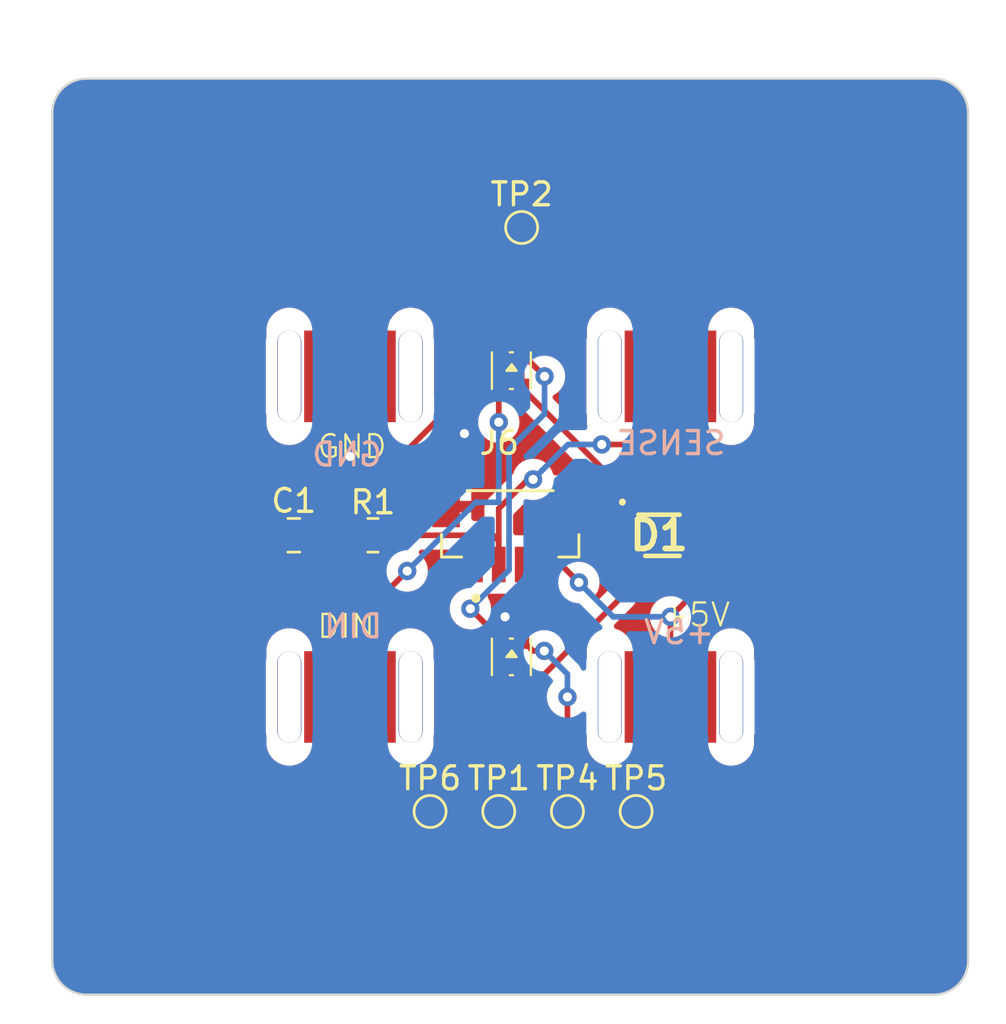
<source format=kicad_pcb>
(kicad_pcb (version 20240108) (generator "pcbnew") (generator_version "8.0")
  (title_block (title "Bottom Block PCB") (date "2024-02-10") (rev "1.0") (company "Block Party"))
  (layers (0 "F.Cu" signal) (31 "B.Cu" signal) (34 "B.Paste" user) (35 "F.Paste" user) (36 "B.SilkS" user "B.Silkscreen") (37 "F.SilkS" user "F.Silkscreen") (38 "B.Mask" user) (39 "F.Mask" user) (44 "Edge.Cuts" user))
  (net 0 "")
  (net 1 "D5V")
  (net 2 "GND")
  (net 3 "+5V")
  (net 4 "DOUT")
  (net 5 "SENSE")
  (net 6 "DIN")
  (net 7 "Net-(LED1-DI)")
  (footprint "TestPoint:TestPoint_Pad_D1.0mm" (layer "F.Cu") (at 159.2 91.06)
    (property "Reference" "TP1" (at 0 -1.448 0) (layer "F.SilkS"))
    (property "Value" "Diode5V")
    (fp_circle (center 0 0) (end 0 0.7) (stroke (width 0.12)) (fill none) (layer "F.SilkS"))
    (pad "1" smd circle (at 0 0) (size 1 1) (layers "F.Cu" "F.Mask") (net 1 "D5V"))
  )
  (footprint "TestPoint:TestPoint_Pad_D1.0mm" (layer "F.Cu") (at 162.2 91.06)
    (property "Reference" "TP4" (at 0 -1.448 0) (layer "F.SilkS"))
    (property "Value" "DO")
    (fp_circle (center 0 0) (end 0 0.7) (stroke (width 0.12)) (fill none) (layer "F.SilkS"))
    (pad "1" smd circle (at 0 0) (size 1 1) (layers "F.Cu" "F.Mask") (net 4 "DOUT"))
  )
  (footprint "TestPoint:TestPoint_Pad_D1.0mm" (layer "F.Cu") (at 165.2 91.06)
    (property "Reference" "TP5" (at 0 -1.448 0) (layer "F.SilkS"))
    (property "Value" "5V")
    (fp_circle (center 0 0) (end 0 0.7) (stroke (width 0.12)) (fill none) (layer "F.SilkS"))
    (pad "1" smd circle (at 0 0) (size 1 1) (layers "F.Cu" "F.Mask") (net 3 "+5V"))
  )
  (footprint "Quinn_lib:XL-1615RGBC-WS2812B" (layer "F.Cu") (at 159.75 84.31 -90)
    (property "Reference" "LED1" (hide yes))
    (property "Value" "~")
    (fp_line (start -0.8 0.85) (end 0.8 0.85) (stroke (width 0.1)) (layer "F.SilkS"))
    (fp_line (start -0.8 -0.07) (end -0.8 0.07) (stroke (width 0.1)) (layer "F.SilkS"))
    (fp_line (start 0.8 -0.07) (end 0.8 0.07) (stroke (width 0.1)) (layer "F.SilkS"))
    (fp_line (start -0.8 -0.85) (end 0.8 -0.85) (stroke (width 0.1)) (layer "F.SilkS"))
    (fp_poly (pts (xy -0.282535 -0.017658) (xy 0.005886 -0.22956) (xy 0.005886 0.217788)) (stroke (width 0.1)) (fill solid) (layer "F.SilkS"))
    (pad "1" smd rect (at -0.75 -0.45 270) (size 0.8 0.65) (layers "F.Cu" "F.Paste" "F.Mask") (net 4 "DOUT"))
    (pad "2" smd rect (at 0.75 -0.45 270) (size 0.8 0.65) (layers "F.Cu" "F.Paste" "F.Mask") (net 1 "D5V"))
    (pad "3" smd rect (at -0.75 0.45 270) (size 0.8 0.65) (layers "F.Cu" "F.Paste" "F.Mask") (net 2 "GND"))
    (pad "4" smd rect (at 0.75 0.45 270) (size 0.8 0.65) (layers "F.Cu" "F.Paste" "F.Mask") (net 7 "Net-(LED1-DI)"))
  )
  (footprint "Quinn_lib:XL-1615RGBC-WS2812B" (layer "F.Cu") (at 159.75 71.81 -90)
    (property "Reference" "LED2" (hide yes))
    (property "Value" "~" (hide yes))
    (fp_line (start -0.8 0.85) (end 0.8 0.85) (stroke (width 0.1)) (layer "F.SilkS"))
    (fp_line (start -0.8 -0.07) (end -0.8 0.07) (stroke (width 0.1)) (layer "F.SilkS"))
    (fp_line (start 0.8 -0.07) (end 0.8 0.07) (stroke (width 0.1)) (layer "F.SilkS"))
    (fp_line (start -0.8 -0.85) (end 0.8 -0.85) (stroke (width 0.1)) (layer "F.SilkS"))
    (fp_poly (pts (xy -0.282535 -0.017658) (xy 0.005886 -0.22956) (xy 0.005886 0.217788)) (stroke (width 0.1)) (fill solid) (layer "F.SilkS"))
    (pad "1" smd rect (at -0.75 -0.45 270) (size 0.8 0.65) (layers "F.Cu" "F.Paste" "F.Mask") (net 7 "Net-(LED1-DI)"))
    (pad "2" smd rect (at 0.75 -0.45 270) (size 0.8 0.65) (layers "F.Cu" "F.Paste" "F.Mask") (net 1 "D5V"))
    (pad "3" smd rect (at -0.75 0.45 270) (size 0.8 0.65) (layers "F.Cu" "F.Paste" "F.Mask") (net 2 "GND"))
    (pad "4" smd rect (at 0.75 0.45 270) (size 0.8 0.65) (layers "F.Cu" "F.Paste" "F.Mask") (net 6 "DIN"))
  )
  (footprint "Quinn_lib:Bottom Block Connector" (layer "F.Cu") (at 159.7 79.06)
    (property "Reference" "J5" (hide yes))
    (property "Value" "~" (hide yes))
    (fp_text user "+5V" (at 6.5 4 0) (layer "F.SilkS") (effects (font (thickness 0.1)) (justify left bottom)))
    (fp_text user "GND" (at -8.5 -3.347092 0) (layer "F.SilkS") (effects (font (thickness 0.1)) (justify left bottom)))
    (fp_text user "DIN" (at -8.5 4.5 0) (layer "F.SilkS") (effects (font (thickness 0.1)) (justify left bottom)))
    (pad "1" smd rect (at -7 -7) (size 4 4) (layers "F.Cu" "F.Paste" "F.Mask") (net 2 "GND") (clearance 0.001))
    (pad "2" smd rect (at 7 -7) (size 4 4) (layers "F.Cu" "F.Paste" "F.Mask") (net 5 "SENSE") (clearance 0.001))
    (pad "3" smd rect (at -7 7) (size 4 4) (layers "F.Cu" "F.Paste" "F.Mask") (net 6 "DIN") (clearance 0.001))
    (pad "4" smd rect (at 7 7) (size 4 4) (layers "F.Cu" "F.Paste" "F.Mask") (net 3 "+5V") (clearance 0.001))
    (pad "5" thru_hole oval (at -9.65 -7) (size 1.05 4) (drill oval 1 5) (layers "*.Cu" "*.Mask"))
    (pad "5" thru_hole oval (at -9.65 7) (size 1.05 4) (drill oval 1 5) (layers "*.Cu" "*.Mask"))
    (pad "5" thru_hole oval (at -4.35 -7) (size 1.05 4) (drill oval 1 5) (layers "*.Cu" "*.Mask"))
    (pad "5" thru_hole oval (at -4.35 7) (size 1.05 4) (drill oval 1 5) (layers "*.Cu" "*.Mask"))
    (pad "5" thru_hole oval (at 4.35 -7) (size 1.05 4) (drill oval 1 5) (layers "*.Cu" "*.Mask"))
    (pad "5" thru_hole oval (at 4.35 7) (size 1.05 4) (drill oval 1 5) (layers "*.Cu" "*.Mask"))
    (pad "5" thru_hole oval (at 9.65 -7) (size 1.05 4) (drill oval 1 5) (layers "*.Cu" "*.Mask"))
    (pad "5" thru_hole oval (at 9.65 7) (size 1.05 4) (drill oval 1 5) (layers "*.Cu" "*.Mask"))
  )
  (footprint "Capacitor_SMD:C_0805_2012Metric" (layer "F.Cu") (at 150.25 79 180)
    (property "Reference" "C1" (at 0.00451 1.50451 180) (layer "F.SilkS"))
    (property "Value" "3.3uF")
    (fp_line (start -0.261252 0.735) (end 0.261252 0.735) (stroke (width 0.12)) (layer "F.SilkS"))
    (fp_line (start -0.261252 -0.735) (end 0.261252 -0.735) (stroke (width 0.12)) (layer "F.SilkS"))
    (pad "1" smd roundrect (at -0.95 0 180) (size 1 1.45) (layers "F.Cu" "F.Paste" "F.Mask") (net 1 "D5V"))
    (pad "2" smd roundrect (at 0.95 0 180) (size 1 1.45) (layers "F.Cu" "F.Paste" "F.Mask") (net 2 "GND"))
  )
  (footprint "adafruit-jst-4328:ADAFRUIT_4328" (layer "F.Cu") (at 159.7 78.5)
    (property "Reference" "J6" (at -0.475 -3.535 0) (layer "F.SilkS"))
    (property "Value" "YTC-A1001LF-04A")
    (fp_line (start -3 1.45) (end -3 0.47) (stroke (width 0.127)) (layer "F.SilkS"))
    (fp_line (start -2.12 1.45) (end -3 1.45) (stroke (width 0.127)) (layer "F.SilkS"))
    (fp_line (start -1.88 -1.45) (end 1.88 -1.45) (stroke (width 0.127)) (layer "F.SilkS"))
    (fp_line (start 3 1.45) (end 2.12 1.45) (stroke (width 0.127)) (layer "F.SilkS"))
    (fp_line (start 3 1.45) (end 3 0.47) (stroke (width 0.127)) (layer "F.SilkS"))
    (fp_circle (center -1.5 3.25) (end -1.4 3.25) (stroke (width 0.2)) (fill none) (layer "F.SilkS"))
    (pad "1" smd rect (at -1.5 1.775) (size 0.6 1.55) (layers "F.Cu" "F.Paste" "F.Mask") (net 2 "GND"))
    (pad "2" smd rect (at -0.5 1.775) (size 0.6 1.55) (layers "F.Cu" "F.Paste" "F.Mask") (net 5 "SENSE"))
    (pad "3" smd rect (at 0.5 1.775) (size 0.6 1.55) (layers "F.Cu" "F.Paste" "F.Mask") (net 4 "DOUT"))
    (pad "4" smd rect (at 1.5 1.775) (size 0.6 1.55) (layers "F.Cu" "F.Paste" "F.Mask") (net 3 "+5V"))
    (pad "SH1" smd rect (at -2.8 -0.75) (size 1.2 1.8) (layers "F.Cu" "F.Paste" "F.Mask") (net 2 "GND"))
    (pad "SH2" smd rect (at 2.8 -0.75) (size 1.2 1.8) (layers "F.Cu" "F.Paste" "F.Mask") (net 2 "GND"))
  )
  (footprint "Resistor_SMD:R_0805_2012Metric" (layer "F.Cu") (at 153.704505 79 180)
    (property "Reference" "R1" (at 0 1.44 180) (layer "F.SilkS"))
    (property "Value" "10k")
    (fp_line (start -0.227064 0.735) (end 0.227064 0.735) (stroke (width 0.12)) (layer "F.SilkS"))
    (fp_line (start -0.227064 -0.735) (end 0.227064 -0.735) (stroke (width 0.12)) (layer "F.SilkS"))
    (pad "1" smd roundrect (at -0.9125 0 180) (size 1.025 1.4) (layers "F.Cu" "F.Paste" "F.Mask") (roundrect_rratio 0.243902439) (net 5 "SENSE"))
    (pad "2" smd roundrect (at 0.9125 0 180) (size 1.025 1.4) (layers "F.Cu" "F.Paste" "F.Mask") (roundrect_rratio 0.243902439) (net 2 "GND"))
  )
  (footprint "TestPoint:TestPoint_Pad_D1.0mm" (layer "F.Cu") (at 156.2 91.06)
    (property "Reference" "TP6" (at 0 -1.448 0) (layer "F.SilkS"))
    (property "Value" "DI")
    (fp_circle (center 0 0) (end 0 0.7) (stroke (width 0.12)) (fill none) (layer "F.SilkS"))
    (pad "1" smd circle (at 0 0) (size 1 1) (layers "F.Cu" "F.Mask") (net 6 "DIN"))
  )
  (footprint "KiCad:1N4007W" (layer "F.Cu") (at 166.2 79)
    (property "Reference" "D1" (at 0 0 0) (layer "F.SilkS") (effects (font (size 1.27 1.27) (thickness 0.254))))
    (property "Value" "1N4007W" (hide yes))
    (fp_line (start -1.6 -1.5) (end -1.6 -1.5) (stroke (width 0.2)) (layer "F.SilkS"))
    (fp_line (start -1.6 -1.5) (end -1.6 -1.4) (stroke (width 0.2)) (layer "F.SilkS"))
    (fp_line (start -1.6 -1.4) (end -1.6 -1.4) (stroke (width 0.2)) (layer "F.SilkS"))
    (fp_line (start -0.9 -0.9) (end 0.9 -0.9) (stroke (width 0.2)) (layer "F.SilkS"))
    (fp_line (start -0.6 0.9) (end 0.9 0.9) (stroke (width 0.2)) (layer "F.SilkS"))
    (fp_arc (start -1.6 -1.5) (mid -1.55 -1.45) (end -1.6 -1.4) (stroke (width 0.2)) (layer "F.SilkS"))
    (fp_arc (start -1.6 -1.4) (mid -1.65 -1.45) (end -1.6 -1.5) (stroke (width 0.2)) (layer "F.SilkS"))
    (pad "1" smd rect (at -1.6 0 90) (size 1.2 1.2) (layers "F.Cu" "F.Paste" "F.Mask") (net 1 "D5V"))
    (pad "2" smd rect (at 1.6 0 90) (size 1.2 1.2) (layers "F.Cu" "F.Paste" "F.Mask") (net 3 "+5V"))
  )
  (footprint "TestPoint:TestPoint_Pad_D1.0mm" (layer "F.Cu") (at 160.2 65.56)
    (property "Reference" "TP2" (at 0 -1.448 0) (layer "F.SilkS"))
    (property "Value" "DODI")
    (fp_circle (center 0 0) (end 0 0.7) (stroke (width 0.12)) (fill none) (layer "F.SilkS"))
    (pad "1" smd circle (at 0 0) (size 1 1) (layers "F.Cu" "F.Mask") (net 7 "Net-(LED1-DI)"))
  )
  (gr_line (start 179.7 60.56) (end 179.7 97.56) (stroke (width 0.1)) (layer "Edge.Cuts"))
  (gr_arc (start 139.7 60.56) (mid 140.13934 59.49934) (end 141.2 59.06) (stroke (width 0.1)) (layer "Edge.Cuts"))
  (gr_line (start 141.2 59.06) (end 178.2 59.06) (stroke (width 0.1)) (layer "Edge.Cuts"))
  (gr_arc (start 179.7 97.56) (mid 179.26066 98.62066) (end 178.2 99.06) (stroke (width 0.1)) (layer "Edge.Cuts"))
  (gr_line (start 178.2 99.06) (end 141.2 99.06) (stroke (width 0.1)) (layer "Edge.Cuts"))
  (gr_arc (start 178.2 59.06) (mid 179.26066 59.49934) (end 179.7 60.56) (stroke (width 0.1)) (layer "Edge.Cuts"))
  (gr_arc (start 141.2 99.06) (mid 140.13934 98.62066) (end 139.7 97.56) (stroke (width 0.1)) (layer "Edge.Cuts"))
  (gr_line (start 139.7 97.56) (end 139.7 60.56) (stroke (width 0.1)) (layer "Edge.Cuts"))
  (gr_text "GND" (at 154.2 76.06 0) (layer "B.SilkS") (effects (font (size 1 1)) (justify left bottom mirror)))
  (gr_text "+5V" (at 168.7 83.82 0) (layer "B.SilkS") (effects (font (size 1 1)) (justify left bottom mirror)))
  (gr_text "SENSE" (at 169.2 75.56 0) (layer "B.SilkS") (effects (font (size 1 1)) (justify left bottom mirror)))
  (gr_text "DIN" (at 154.2 83.56 0) (layer "B.SilkS") (effects (font (size 1 1)) (justify left bottom mirror)))
  (segment (start 164.475 76.835) (end 160.2 72.56) (width 0.25) (layer "F.Cu") (net 1))
  (segment (start 164.6 79) (end 164.475 78.875) (width 0.25) (layer "F.Cu") (net 1))
  (segment (start 159.2 86.56) (end 159.2 91.06) (width 0.25) (layer "F.Cu") (net 1))
  (segment (start 160.2 71.91) (end 160.2 72.56) (width 0.25) (layer "F.Cu") (net 1))
  (segment (start 160.2 85.06) (end 161.2 85.06) (width 0.25) (layer "F.Cu") (net 1))
  (segment (start 160.2 85.56) (end 159.2 86.56) (width 0.25) (layer "F.Cu") (net 1))
  (segment (start 161.2 85.06) (end 164.6 81.66) (width 0.25) (layer "F.Cu") (net 1))
  (segment (start 160.2 85.06) (end 160.2 85.56) (width 0.25) (layer "F.Cu") (net 1))
  (segment (start 164.6 81.66) (end 164.6 79) (width 0.25) (layer "F.Cu") (net 1))
  (segment (start 154.1 76.385) (end 158.65 71.835) (width 0.25) (layer "F.Cu") (net 1))
  (segment (start 151.2 79) (end 153.815 76.385) (width 0.25) (layer "F.Cu") (net 1))
  (segment (start 153.815 76.385) (end 154.1 76.385) (width 0.25) (layer "F.Cu") (net 1))
  (segment (start 164.475 78.875) (end 164.475 76.835) (width 0.25) (layer "F.Cu") (net 1))
  (segment (start 160.125 71.835) (end 160.2 71.91) (width 0.25) (layer "F.Cu") (net 1))
  (segment (start 158.65 71.835) (end 160.125 71.835) (width 0.25) (layer "F.Cu") (net 1))
  (segment (start 159.3 82.735) (end 159.475 82.56) (width 0.25) (layer "F.Cu") (net 2))
  (segment (start 159.3 83.56) (end 159.3 82.735) (width 0.25) (layer "F.Cu") (net 2))
  (segment (start 152.7 75.56) (end 152.7 72.81) (width 1) (layer "F.Cu") (net 2))
  (via (at 159.475 82.56) (size 0.8) (drill 0.4) (layers "F.Cu" "B.Cu") (net 2))
  (via (at 152.7 75.56) (size 1) (drill 0.4) (layers "F.Cu" "B.Cu") (net 2))
  (via (at 157.7 74.56) (size 0.8) (drill 0.4) (layers "F.Cu" "B.Cu") (net 2))
  (segment (start 167.8 79) (end 167.8 81.46) (width 0.25) (layer "F.Cu") (net 3))
  (segment (start 166.7 82.56) (end 166.7 86.06) (width 0.25) (layer "F.Cu") (net 3))
  (segment (start 165.2 91.06) (end 165.2 87.56) (width 0.25) (layer "F.Cu") (net 3))
  (segment (start 167.8 81.46) (end 166.7 82.56) (width 0.25) (layer "F.Cu") (net 3))
  (segment (start 161.915 80.275) (end 162.7 81.06) (width 0.25) (layer "F.Cu") (net 3))
  (segment (start 161.2 80.275) (end 161.915 80.275) (width 0.25) (layer "F.Cu") (net 3))
  (segment (start 165.2 87.56) (end 166.7 86.06) (width 0.25) (layer "F.Cu") (net 3))
  (via (at 162.7 81.06) (size 0.8) (drill 0.4) (layers "F.Cu" "B.Cu") (net 3))
  (via (at 166.7 82.56) (size 0.8) (drill 0.4) (layers "F.Cu" "B.Cu") (net 3))
  (segment (start 164.2 82.56) (end 166.7 82.56) (width 0.25) (layer "B.Cu") (net 3))
  (segment (start 162.7 81.06) (end 164.2 82.56) (width 0.25) (layer "B.Cu") (net 3))
  (segment (start 161.187347 84.047347) (end 160.687347 84.047347) (width 0.25) (layer "F.Cu") (net 4))
  (segment (start 160.2 80.585) (end 160.2 83.56) (width 0.25) (layer "F.Cu") (net 4))
  (segment (start 162.2 86.06) (end 162.2 91.06) (width 0.25) (layer "F.Cu") (net 4))
  (segment (start 160.687347 84.047347) (end 160.2 83.56) (width 0.25) (layer "F.Cu") (net 4))
  (via (at 161.187347 84.047347) (size 0.8) (drill 0.4) (layers "F.Cu" "B.Cu") (net 4))
  (via (at 162.2 86.06) (size 0.8) (drill 0.4) (layers "F.Cu" "B.Cu") (net 4))
  (segment (start 162.2 86.06) (end 162.2 85.06) (width 0.25) (layer "B.Cu") (net 4))
  (segment (start 162.2 85.06) (end 161.187347 84.047347) (width 0.25) (layer "B.Cu") (net 4))
  (segment (start 159.2 77.835) (end 159.2 80.045) (width 0.25) (layer "F.Cu") (net 5))
  (segment (start 159.2 79.25) (end 159.2 80.275) (width 0.25) (layer "F.Cu") (net 5))
  (segment (start 163.7 75.034694) (end 163.700304 75.034998) (width 0.25) (layer "F.Cu") (net 5))
  (segment (start 163.700304 75.034998) (end 165.975002 75.034998) (width 0.25) (layer "F.Cu") (net 5))
  (segment (start 158.95 79) (end 159.2 79.25) (width 0.25) (layer "F.Cu") (net 5))
  (segment (start 154.617005 79) (end 158.95 79) (width 0.25) (layer "F.Cu") (net 5))
  (segment (start 160.7 76.56) (end 160.475 76.56) (width 0.25) (layer "F.Cu") (net 5))
  (segment (start 160.475 76.56) (end 159.2 77.835) (width 0.25) (layer "F.Cu") (net 5))
  (segment (start 165.975002 75.034998) (end 166.7 74.31) (width 0.25) (layer "F.Cu") (net 5))
  (segment (start 166.7 74.31) (end 166.7 72.06) (width 0.25) (layer "F.Cu") (net 5))
  (via (at 160.7 76.56) (size 0.8) (drill 0.4) (layers "F.Cu" "B.Cu") (net 5))
  (via (at 163.7 75.034694) (size 0.8) (drill 0.4) (layers "F.Cu" "B.Cu") (net 5))
  (segment (start 162.225306 75.034694) (end 163.7 75.034694) (width 0.25) (layer "B.Cu") (net 5))
  (segment (start 160.7 76.56) (end 162.225306 75.034694) (width 0.25) (layer "B.Cu") (net 5))
  (segment (start 152.7 86.06) (end 152.7 83.06) (width 0.25) (layer "F.Cu") (net 6))
  (segment (start 159.2 74.06) (end 159.2 72.66) (width 0.25) (layer "F.Cu") (net 6))
  (segment (start 156.2 91.06) (end 152.7 87.56) (width 0.25) (layer "F.Cu") (net 6))
  (segment (start 152.7 83.06) (end 155.2 80.56) (width 0.25) (layer "F.Cu") (net 6))
  (segment (start 159.2 72.66) (end 159.3 72.56) (width 0.25) (layer "F.Cu") (net 6))
  (segment (start 152.7 87.56) (end 152.7 86.06) (width 0.25) (layer "F.Cu") (net 6))
  (via (at 159.2 74.06) (size 0.8) (drill 0.4) (layers "F.Cu" "B.Cu") (net 6))
  (via (at 155.2 80.56) (size 0.8) (drill 0.4) (layers "F.Cu" "B.Cu") (net 6))
  (segment (start 159.2 77.56) (end 159.2 74.06) (width 0.25) (layer "B.Cu") (net 6))
  (segment (start 158.2 77.56) (end 159.2 77.56) (width 0.25) (layer "B.Cu") (net 6))
  (segment (start 155.2 80.56) (end 158.2 77.56) (width 0.25) (layer "B.Cu") (net 6))
  (segment (start 157.958798 82.207567) (end 158.65 82.898769) (width 0.25) (layer "F.Cu") (net 7))
  (segment (start 160.2 65.56) (end 160.2 71.06) (width 0.25) (layer "F.Cu") (net 7))
  (segment (start 158.65 82.898769) (end 158.65 84.41) (width 0.25) (layer "F.Cu") (net 7))
  (segment (start 158.65 84.41) (end 159.3 85.06) (width 0.25) (layer "F.Cu") (net 7))
  (segment (start 161.2 72.06) (end 160.2 71.06) (width 0.25) (layer "F.Cu") (net 7))
  (via (at 161.2 72.06) (size 0.8) (drill 0.4) (layers "F.Cu" "B.Cu") (net 7))
  (via (at 157.958798 82.207567) (size 0.8) (drill 0.4) (layers "F.Cu" "B.Cu") (net 7))
  (segment (start 157.958798 82.207567) (end 159.65 80.516365) (width 0.25) (layer "B.Cu") (net 7))
  (segment (start 159.65 75.246396) (end 161.2 73.696396) (width 0.25) (layer "B.Cu") (net 7))
  (segment (start 161.2 73.696396) (end 161.2 72.06) (width 0.25) (layer "B.Cu") (net 7))
  (segment (start 159.65 80.516365) (end 159.65 75.246396) (width 0.25) (layer "B.Cu") (net 7))
  (zone (net 2) (net_name "GND") (layers "F&B.Cu") (connect_pads (clearance 0.5)) (min_thickness 0.25) (fill yes (thermal_gap 0.5) (thermal_bridge_width 0.5))
    (polygon (pts (xy 137.414 55.626) (xy 181.356 55.626) (xy 181.356 100.33) (xy 137.414 100.33)))
  )
)
</source>
